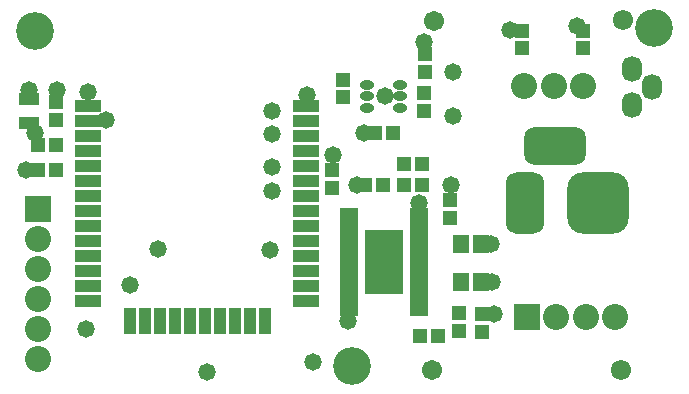
<source format=gbr>
%TF.GenerationSoftware,Altium Limited,Altium Designer,23.4.1 (23)*%
G04 Layer_Color=8388736*
%FSLAX45Y45*%
%MOMM*%
%TF.SameCoordinates,95043EA5-DFE4-4E97-A360-3BE786514F03*%
%TF.FilePolarity,Negative*%
%TF.FileFunction,Soldermask,Top*%
%TF.Part,Single*%
G01*
G75*
%TA.AperFunction,SMDPad,CuDef*%
%ADD51R,2.20320X1.10320*%
%ADD52R,1.10320X2.20320*%
%ADD53R,1.15320X1.15320*%
%ADD54R,1.15320X1.20320*%
%TA.AperFunction,ConnectorPad*%
%ADD55R,1.20320X1.15320*%
%TA.AperFunction,SMDPad,CuDef*%
%ADD56R,1.15320X1.15320*%
%TA.AperFunction,ConnectorPad*%
%ADD57R,1.65320X1.05320*%
%TA.AperFunction,SMDPad,CuDef*%
%ADD58O,1.20320X0.80320*%
%ADD59R,1.20320X1.15320*%
%ADD60R,1.60320X0.65320*%
%ADD61R,3.30320X5.38320*%
%ADD62R,1.35320X1.55320*%
%TA.AperFunction,ComponentPad*%
%ADD63C,2.20320*%
%ADD64R,2.20320X2.20320*%
%TA.AperFunction,ViaPad*%
%ADD65C,3.20320*%
%TA.AperFunction,ComponentPad*%
%ADD66O,1.70320X1.72720*%
%ADD67C,1.70320*%
%ADD68O,1.70320X2.20320*%
G04:AMPARAMS|DCode=69|XSize=5.2032mm|YSize=3.2032mm|CornerRadius=0.8516mm|HoleSize=0mm|Usage=FLASHONLY|Rotation=180.000|XOffset=0mm|YOffset=0mm|HoleType=Round|Shape=RoundedRectangle|*
%AMROUNDEDRECTD69*
21,1,5.20320,1.50000,0,0,180.0*
21,1,3.50000,3.20320,0,0,180.0*
1,1,1.70320,-1.75000,0.75000*
1,1,1.70320,1.75000,0.75000*
1,1,1.70320,1.75000,-0.75000*
1,1,1.70320,-1.75000,-0.75000*
%
%ADD69ROUNDEDRECTD69*%
G04:AMPARAMS|DCode=70|XSize=3.2032mm|YSize=5.2032mm|CornerRadius=0.8516mm|HoleSize=0mm|Usage=FLASHONLY|Rotation=180.000|XOffset=0mm|YOffset=0mm|HoleType=Round|Shape=RoundedRectangle|*
%AMROUNDEDRECTD70*
21,1,3.20320,3.50000,0,0,180.0*
21,1,1.50000,5.20320,0,0,180.0*
1,1,1.70320,-0.75000,1.75000*
1,1,1.70320,0.75000,1.75000*
1,1,1.70320,0.75000,-1.75000*
1,1,1.70320,-0.75000,-1.75000*
%
%ADD70ROUNDEDRECTD70*%
G04:AMPARAMS|DCode=71|XSize=5.2032mm|YSize=5.2032mm|CornerRadius=1.3516mm|HoleSize=0mm|Usage=FLASHONLY|Rotation=180.000|XOffset=0mm|YOffset=0mm|HoleType=Round|Shape=RoundedRectangle|*
%AMROUNDEDRECTD71*
21,1,5.20320,2.50000,0,0,180.0*
21,1,2.50000,5.20320,0,0,180.0*
1,1,2.70320,-1.25000,1.25000*
1,1,2.70320,1.25000,1.25000*
1,1,2.70320,1.25000,-1.25000*
1,1,2.70320,-1.25000,-1.25000*
%
%ADD71ROUNDEDRECTD71*%
%ADD72R,2.20320X2.20320*%
%TA.AperFunction,ViaPad*%
%ADD73C,1.47320*%
%ADD74C,0.70320*%
D51*
X696413Y1659289D02*
D03*
Y1532289D02*
D03*
Y2421289D02*
D03*
Y2294289D02*
D03*
Y2167289D02*
D03*
Y2040289D02*
D03*
Y1913289D02*
D03*
Y1786289D02*
D03*
Y1024289D02*
D03*
Y1151289D02*
D03*
Y897289D02*
D03*
Y770289D02*
D03*
Y1405289D02*
D03*
Y1278289D02*
D03*
X2544416D02*
D03*
Y897289D02*
D03*
Y1913289D02*
D03*
Y1024289D02*
D03*
Y770289D02*
D03*
Y2167289D02*
D03*
Y2040289D02*
D03*
Y2294289D02*
D03*
Y1786289D02*
D03*
Y1659289D02*
D03*
Y1532289D02*
D03*
Y1405289D02*
D03*
Y1151289D02*
D03*
Y2421289D02*
D03*
D52*
X1049910Y598285D02*
D03*
X1176910D02*
D03*
X2065910D02*
D03*
X1557910D02*
D03*
X1303910D02*
D03*
X1430910D02*
D03*
X1684910D02*
D03*
X1811910D02*
D03*
X1938910D02*
D03*
X2192910D02*
D03*
D53*
X4370000Y2905625D02*
D03*
Y3055625D02*
D03*
X4889998Y3055623D02*
D03*
Y2905626D02*
D03*
X2757497Y1874999D02*
D03*
Y1725002D02*
D03*
X2854999Y2492500D02*
D03*
Y2642502D02*
D03*
X3839998Y665001D02*
D03*
Y514999D02*
D03*
X3544999Y2859998D02*
D03*
X3540001Y2379566D02*
D03*
Y2529568D02*
D03*
X3544999Y2709996D02*
D03*
D54*
X4029999Y505000D02*
D03*
Y655002D02*
D03*
X425001Y2300001D02*
D03*
Y2449998D02*
D03*
X3764998Y1470002D02*
D03*
Y1619999D02*
D03*
D55*
X274994Y1875005D02*
D03*
X424996D02*
D03*
D56*
X425003Y2091660D02*
D03*
X275006D02*
D03*
X3525000Y1930421D02*
D03*
X3375003D02*
D03*
X3374998Y1750005D02*
D03*
X3525000D02*
D03*
D57*
X200001Y2272498D02*
D03*
Y2477501D02*
D03*
D58*
X3340002Y2405000D02*
D03*
Y2595002D02*
D03*
X3060002Y2405000D02*
D03*
Y2500001D02*
D03*
Y2595002D02*
D03*
X3340002Y2500001D02*
D03*
D59*
X3504999Y472073D02*
D03*
X3655001D02*
D03*
X3274998Y2192072D02*
D03*
X3125001D02*
D03*
X3044574Y1750000D02*
D03*
X3194577D02*
D03*
D60*
X3494998Y677500D02*
D03*
Y742499D02*
D03*
Y807503D02*
D03*
Y872501D02*
D03*
Y937500D02*
D03*
Y1002498D02*
D03*
Y1067502D02*
D03*
Y1132501D02*
D03*
Y1197499D02*
D03*
Y1262498D02*
D03*
Y1327502D02*
D03*
Y1392500D02*
D03*
Y1457499D02*
D03*
Y1522502D02*
D03*
X2905001Y677500D02*
D03*
Y742499D02*
D03*
Y807503D02*
D03*
Y872501D02*
D03*
Y937500D02*
D03*
Y1002498D02*
D03*
Y1067502D02*
D03*
Y1132501D02*
D03*
Y1197499D02*
D03*
Y1262498D02*
D03*
Y1327502D02*
D03*
Y1392500D02*
D03*
Y1457499D02*
D03*
Y1522502D02*
D03*
D61*
X3200002Y1099999D02*
D03*
D62*
X3851872Y930003D02*
D03*
X4026873D02*
D03*
X3851872Y1250002D02*
D03*
X4026873D02*
D03*
D63*
X4660000Y630000D02*
D03*
X4910000D02*
D03*
X5160000D02*
D03*
X4640000Y2590000D02*
D03*
X4890000D02*
D03*
X4390000D02*
D03*
X275002Y1296004D02*
D03*
Y1042004D02*
D03*
Y788004D02*
D03*
Y534004D02*
D03*
Y280004D02*
D03*
D64*
X4410000Y630000D02*
D03*
D65*
X5490000Y3080000D02*
D03*
X2930000Y220000D02*
D03*
X250000Y3050000D02*
D03*
D66*
X5223089Y3144867D02*
D03*
X5210000Y184867D02*
D03*
D67*
X3623089Y3140000D02*
D03*
X3610000Y180000D02*
D03*
D68*
X5300000Y2430000D02*
D03*
Y2730000D02*
D03*
X5475000Y2580000D02*
D03*
D69*
X4649998Y2076876D02*
D03*
D70*
X4399998Y1594376D02*
D03*
D71*
X5009998D02*
D03*
D72*
X275002Y1550004D02*
D03*
D73*
X2970000Y1750000D02*
D03*
X4840000Y3100000D02*
D03*
X1290000Y1210000D02*
D03*
X2240000Y1200000D02*
D03*
X3790000Y2330000D02*
D03*
X4130000Y660000D02*
D03*
X3790000Y2710000D02*
D03*
X3770000Y1748500D02*
D03*
X3210000Y2500000D02*
D03*
X2900000Y600000D02*
D03*
X3500000Y1600000D02*
D03*
X4120000Y930000D02*
D03*
X4110000Y1250000D02*
D03*
X200000Y2550000D02*
D03*
X1700000Y170000D02*
D03*
X850000Y2300000D02*
D03*
X250000Y2190000D02*
D03*
X430000Y2550000D02*
D03*
X170000Y1880000D02*
D03*
X4270000Y3060000D02*
D03*
X2250000Y2380000D02*
D03*
X3028907Y2193548D02*
D03*
X3540000Y2960000D02*
D03*
X2550000Y2510000D02*
D03*
X700000Y2540000D02*
D03*
X2250000Y2180000D02*
D03*
Y1700000D02*
D03*
X1050000Y900000D02*
D03*
X2767500Y2002500D02*
D03*
X680000Y530000D02*
D03*
X2250000Y1900000D02*
D03*
X2600000Y250000D02*
D03*
D74*
X3309999Y879999D02*
D03*
X3200002D02*
D03*
X3090000D02*
D03*
X3309999Y990002D02*
D03*
X3200002D02*
D03*
X3090000D02*
D03*
X3309999Y1099999D02*
D03*
X3200002D02*
D03*
X3090000D02*
D03*
X3309999Y1210001D02*
D03*
X3200002D02*
D03*
X3090000D02*
D03*
X3309999Y1319998D02*
D03*
X3200002D02*
D03*
X3090000D02*
D03*
%TF.MD5,9059ccda29cbf963efdc95249ad1163f*%
M02*

</source>
